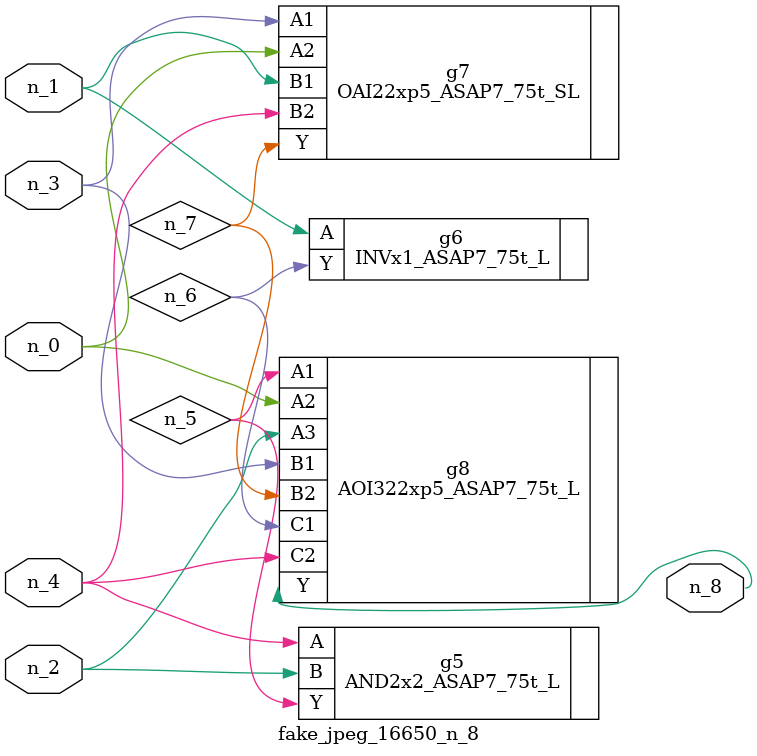
<source format=v>
module fake_jpeg_16650_n_8 (n_3, n_2, n_1, n_0, n_4, n_8);

input n_3;
input n_2;
input n_1;
input n_0;
input n_4;

output n_8;

wire n_6;
wire n_5;
wire n_7;

AND2x2_ASAP7_75t_L g5 ( 
.A(n_4),
.B(n_2),
.Y(n_5)
);

INVx1_ASAP7_75t_L g6 ( 
.A(n_1),
.Y(n_6)
);

OAI22xp5_ASAP7_75t_SL g7 ( 
.A1(n_3),
.A2(n_0),
.B1(n_1),
.B2(n_4),
.Y(n_7)
);

AOI322xp5_ASAP7_75t_L g8 ( 
.A1(n_5),
.A2(n_0),
.A3(n_2),
.B1(n_3),
.B2(n_7),
.C1(n_6),
.C2(n_4),
.Y(n_8)
);


endmodule
</source>
